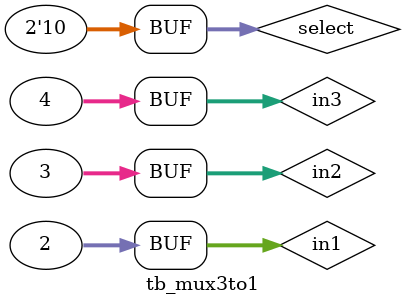
<source format=v>
`timescale 1ns / 1ps
module Mux3to1 #(parameter width = 32)
			(input [width-1:0] in1, in2, in3,
			 input [1:0] sel,
			 output reg [width-1:0] dout);

	always@* begin
		case (sel)
			2'b00: dout <= in1;
			2'b01: dout <= in2;
			2'b10: dout <= in3;
			default: dout <= 0;
		endcase
	end

endmodule

module tb_mux3to1;
	parameter w = 32;
	
	reg [1:0]select;
	reg [w-1:0] in1, in2, in3;
	wire [w-1:0] out;
	
	Mux3to1 #(.width(w)) m1 (.in1(in1), .in2(in2), .in3(in3), .sel(select), .dout(out));
	
	initial begin
		in1 = 2;
		in2 = 3;
		in3 = 4;
		select = 0;
		#20 select = 1;
		#20 select = 2;
	end

endmodule

</source>
